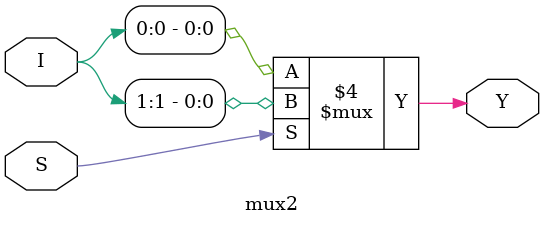
<source format=v>
module mux2(
    input [1:0] I, 
    input S,
    output reg Y
);

always @ (I or S) begin
    if(S == 1) begin
        Y <= I[1];
    end 
    else begin
        Y <= I[0];
    end
end
endmodule
</source>
